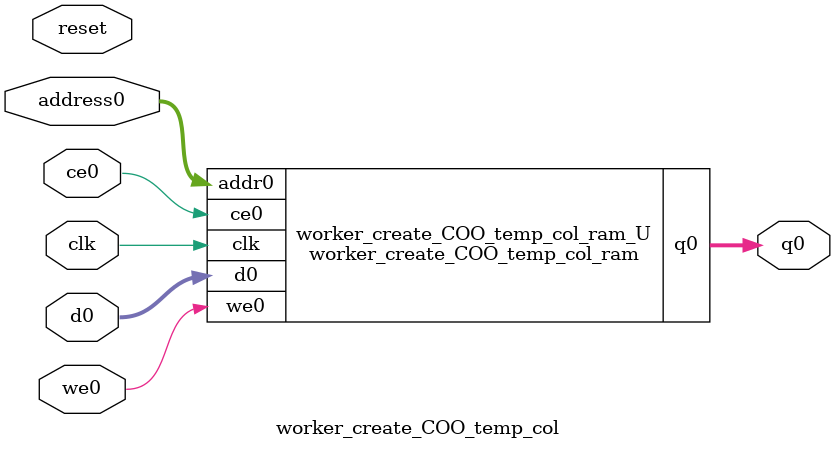
<source format=v>

`timescale 1 ns / 1 ps
module worker_create_COO_temp_col_ram (addr0, ce0, d0, we0, q0,  clk);

parameter DWIDTH = 7;
parameter AWIDTH = 12;
parameter MEM_SIZE = 2500;

input[AWIDTH-1:0] addr0;
input ce0;
input[DWIDTH-1:0] d0;
input we0;
output reg[DWIDTH-1:0] q0;
input clk;

(* ram_style = "block" *)reg [DWIDTH-1:0] ram[MEM_SIZE-1:0];




always @(posedge clk)  
begin 
    if (ce0) 
    begin
        if (we0) 
        begin 
            ram[addr0] <= d0; 
            q0 <= d0;
        end 
        else 
            q0 <= ram[addr0];
    end
end


endmodule


`timescale 1 ns / 1 ps
module worker_create_COO_temp_col(
    reset,
    clk,
    address0,
    ce0,
    we0,
    d0,
    q0);

parameter DataWidth = 32'd7;
parameter AddressRange = 32'd2500;
parameter AddressWidth = 32'd12;
input reset;
input clk;
input[AddressWidth - 1:0] address0;
input ce0;
input we0;
input[DataWidth - 1:0] d0;
output[DataWidth - 1:0] q0;



worker_create_COO_temp_col_ram worker_create_COO_temp_col_ram_U(
    .clk( clk ),
    .addr0( address0 ),
    .ce0( ce0 ),
    .d0( d0 ),
    .we0( we0 ),
    .q0( q0 ));

endmodule


</source>
